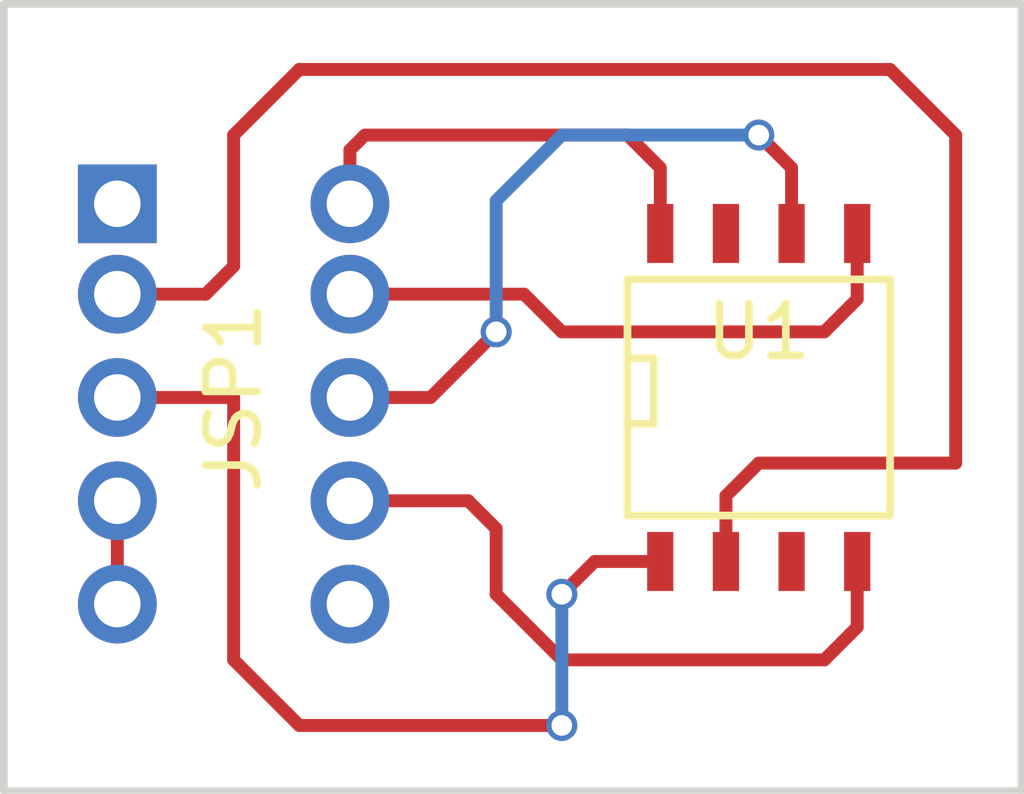
<source format=kicad_pcb>
(kicad_pcb (version 4) (host pcbnew 4.0.4-stable)

  (general
    (links 0)
    (no_connects 0)
    (area 99.035238 83.494999 118.47619 97.320002)
    (thickness 1.6)
    (drawings 4)
    (tracks 46)
    (zones 0)
    (modules 2)
    (nets 1)
  )

  (page A4)
  (layers
    (0 F.Cu signal)
    (31 B.Cu signal)
    (32 B.Adhes user)
    (33 F.Adhes user)
    (34 B.Paste user)
    (35 F.Paste user)
    (36 B.SilkS user)
    (37 F.SilkS user)
    (38 B.Mask user)
    (39 F.Mask user)
    (40 Dwgs.User user)
    (41 Cmts.User user)
    (42 Eco1.User user)
    (43 Eco2.User user)
    (44 Edge.Cuts user)
    (45 Margin user)
    (46 B.CrtYd user)
    (47 F.CrtYd user)
    (48 B.Fab user)
    (49 F.Fab user)
  )

  (setup
    (last_trace_width 0.25)
    (trace_clearance 0.2)
    (zone_clearance 0.508)
    (zone_45_only no)
    (trace_min 0.006)
    (segment_width 0.2)
    (edge_width 0.15)
    (via_size 0.6)
    (via_drill 0.4)
    (via_min_size 0.027)
    (via_min_drill 0.3)
    (uvia_size 0.3)
    (uvia_drill 0.1)
    (uvias_allowed no)
    (uvia_min_size 0)
    (uvia_min_drill 0.1)
    (pcb_text_width 0.3)
    (pcb_text_size 1.5 1.5)
    (mod_edge_width 0.15)
    (mod_text_size 1 1)
    (mod_text_width 0.15)
    (pad_size 1.524 1.524)
    (pad_drill 0.762)
    (pad_to_mask_clearance 0.2)
    (aux_axis_origin 0 0)
    (visible_elements FFFFFF7F)
    (pcbplotparams
      (layerselection 0x00030_80000001)
      (usegerberextensions false)
      (excludeedgelayer true)
      (linewidth 0.100000)
      (plotframeref false)
      (viasonmask false)
      (mode 1)
      (useauxorigin false)
      (hpglpennumber 1)
      (hpglpenspeed 20)
      (hpglpendiameter 15)
      (hpglpenoverlay 2)
      (psnegative false)
      (psa4output false)
      (plotreference true)
      (plotvalue true)
      (plotinvisibletext false)
      (padsonsilk false)
      (subtractmaskfromsilk false)
      (outputformat 1)
      (mirror false)
      (drillshape 1)
      (scaleselection 1)
      (outputdirectory ""))
  )

  (net 0 "")

  (net_class Default "This is the default net class."
    (clearance 0.2)
    (trace_width 0.25)
    (via_dia 0.6)
    (via_drill 0.4)
    (uvia_dia 0.3)
    (uvia_drill 0.1)
  )

  (module SMD_Packages:SOIC-8-N (layer F.Cu) (tedit 5834D5CF) (tstamp 58394428)
    (at 114.3 90.17)
    (descr "Module Narrow CMS SOJ 8 pins large")
    (tags "CMS SOJ")
    (attr smd)
    (fp_text reference U1 (at 0 -1.27) (layer F.SilkS)
      (effects (font (size 1 1) (thickness 0.15)))
    )
    (fp_text value SOIC-8-N (at 0 1.27) (layer F.Fab)
      (effects (font (size 1 1) (thickness 0.15)))
    )
    (fp_line (start -2.54 -2.286) (end 2.54 -2.286) (layer F.SilkS) (width 0.15))
    (fp_line (start 2.54 -2.286) (end 2.54 2.286) (layer F.SilkS) (width 0.15))
    (fp_line (start 2.54 2.286) (end -2.54 2.286) (layer F.SilkS) (width 0.15))
    (fp_line (start -2.54 2.286) (end -2.54 -2.286) (layer F.SilkS) (width 0.15))
    (fp_line (start -2.54 -0.762) (end -2.032 -0.762) (layer F.SilkS) (width 0.15))
    (fp_line (start -2.032 -0.762) (end -2.032 0.508) (layer F.SilkS) (width 0.15))
    (fp_line (start -2.032 0.508) (end -2.54 0.508) (layer F.SilkS) (width 0.15))
    (pad 8 smd rect (at -1.905 -3.175) (size 0.508 1.143) (layers F.Cu F.Paste F.Mask))
    (pad 7 smd rect (at -0.635 -3.175) (size 0.508 1.143) (layers F.Cu F.Paste F.Mask))
    (pad 6 smd rect (at 0.635 -3.175) (size 0.508 1.143) (layers F.Cu F.Paste F.Mask))
    (pad 5 smd rect (at 1.905 -3.175) (size 0.508 1.143) (layers F.Cu F.Paste F.Mask))
    (pad 4 smd rect (at 1.905 3.175) (size 0.508 1.143) (layers F.Cu F.Paste F.Mask))
    (pad 3 smd rect (at 0.635 3.175) (size 0.508 1.143) (layers F.Cu F.Paste F.Mask))
    (pad 2 smd rect (at -0.635 3.175) (size 0.508 1.143) (layers F.Cu F.Paste F.Mask))
    (pad 1 smd rect (at -1.905 3.175) (size 0.508 1.143) (layers F.Cu F.Paste F.Mask))
    (model SMD_Packages.3dshapes/SOIC-8-N.wrl
      (at (xyz 0 0 0))
      (scale (xyz 0.5 0.38 0.5))
      (rotate (xyz 0 0 0))
    )
  )

  (module Testlib:MOLEX-87264-1052 (layer F.Cu) (tedit 5834D933) (tstamp 583977DD)
    (at 104.14 90.17)
    (fp_text reference JSP1 (at 0 0 90) (layer F.SilkS)
      (effects (font (size 1 1) (thickness 0.15)))
    )
    (fp_text value 87264 (at 0 5.5) (layer F.Fab)
      (effects (font (size 1 1) (thickness 0.15)))
    )
    (pad 5 thru_hole circle (at -2.25 0) (size 1.524 1.524) (drill 0.9) (layers *.Cu *.Mask))
    (pad 3 thru_hole circle (at -2.25 -2) (size 1.524 1.524) (drill 0.9) (layers *.Cu *.Mask))
    (pad 7 thru_hole circle (at -2.25 2) (size 1.524 1.524) (drill 0.9) (layers *.Cu *.Mask))
    (pad 9 thru_hole circle (at -2.25 4) (size 1.524 1.524) (drill 0.9) (layers *.Cu *.Mask))
    (pad 1 thru_hole rect (at -2.25 -3.75) (size 1.524 1.524) (drill 0.9) (layers *.Cu *.Mask))
    (pad 10 thru_hole circle (at 2.25 4) (size 1.524 1.524) (drill 0.9) (layers *.Cu *.Mask))
    (pad 8 thru_hole circle (at 2.25 2) (size 1.524 1.524) (drill 0.9) (layers *.Cu *.Mask))
    (pad 6 thru_hole circle (at 2.25 0) (size 1.524 1.524) (drill 0.9) (layers *.Cu *.Mask))
    (pad 4 thru_hole circle (at 2.25 -2) (size 1.524 1.524) (drill 0.9) (layers *.Cu *.Mask))
    (pad 2 thru_hole circle (at 2.25 -3.75) (size 1.524 1.524) (drill 0.9) (layers *.Cu *.Mask))
  )

  (gr_line (start 119.38 82.55) (end 99.695 82.55) (angle 90) (layer Edge.Cuts) (width 0.15))
  (gr_line (start 119.38 97.79) (end 119.38 82.55) (angle 90) (layer Edge.Cuts) (width 0.15))
  (gr_line (start 99.695 97.79) (end 119.38 97.79) (angle 90) (layer Edge.Cuts) (width 0.15))
  (gr_line (start 99.695 82.55) (end 99.695 97.79) (angle 90) (layer Edge.Cuts) (width 0.15))

  (segment (start 101.89 88.17) (end 103.6 88.17) (width 0.25) (layer F.Cu) (net 0))
  (segment (start 113.665 92.075) (end 113.665 93.345) (width 0.25) (layer F.Cu) (net 0) (tstamp 583978F7))
  (segment (start 114.3 91.44) (end 113.665 92.075) (width 0.25) (layer F.Cu) (net 0) (tstamp 583978F6))
  (segment (start 118.11 91.44) (end 114.3 91.44) (width 0.25) (layer F.Cu) (net 0) (tstamp 583978F5))
  (segment (start 118.11 85.09) (end 118.11 91.44) (width 0.25) (layer F.Cu) (net 0) (tstamp 583978F3))
  (segment (start 116.84 83.82) (end 118.11 85.09) (width 0.25) (layer F.Cu) (net 0) (tstamp 583978F1))
  (segment (start 105.41 83.82) (end 116.84 83.82) (width 0.25) (layer F.Cu) (net 0) (tstamp 583978EF))
  (segment (start 104.14 85.09) (end 105.41 83.82) (width 0.25) (layer F.Cu) (net 0) (tstamp 583978ED))
  (segment (start 104.14 87.63) (end 104.14 85.09) (width 0.25) (layer F.Cu) (net 0) (tstamp 583978EC))
  (segment (start 103.6 88.17) (end 104.14 87.63) (width 0.25) (layer F.Cu) (net 0) (tstamp 583978EB))
  (segment (start 101.89 90.17) (end 104.14 90.17) (width 0.25) (layer F.Cu) (net 0))
  (segment (start 111.125 93.345) (end 112.395 93.345) (width 0.25) (layer F.Cu) (net 0) (tstamp 5839787C))
  (segment (start 110.49 93.98) (end 111.125 93.345) (width 0.25) (layer F.Cu) (net 0) (tstamp 5839787B))
  (via (at 110.49 93.98) (size 0.6) (drill 0.4) (layers F.Cu B.Cu) (net 0))
  (segment (start 110.49 96.52) (end 110.49 93.98) (width 0.25) (layer B.Cu) (net 0) (tstamp 58397878))
  (via (at 110.49 96.52) (size 0.6) (drill 0.4) (layers F.Cu B.Cu) (net 0))
  (segment (start 105.41 96.52) (end 110.49 96.52) (width 0.25) (layer F.Cu) (net 0) (tstamp 58397874))
  (segment (start 104.14 95.25) (end 105.41 96.52) (width 0.25) (layer F.Cu) (net 0) (tstamp 58397873))
  (segment (start 104.14 90.17) (end 104.14 95.25) (width 0.25) (layer F.Cu) (net 0) (tstamp 58397872))
  (segment (start 106.39 90.17) (end 107.95 90.17) (width 0.25) (layer F.Cu) (net 0))
  (segment (start 114.935 85.725) (end 114.935 86.995) (width 0.25) (layer F.Cu) (net 0) (tstamp 5839786F))
  (segment (start 114.3 85.09) (end 114.935 85.725) (width 0.25) (layer F.Cu) (net 0) (tstamp 5839786E))
  (via (at 114.3 85.09) (size 0.6) (drill 0.4) (layers F.Cu B.Cu) (net 0))
  (segment (start 110.49 85.09) (end 114.3 85.09) (width 0.25) (layer B.Cu) (net 0) (tstamp 5839786B))
  (segment (start 109.22 86.36) (end 110.49 85.09) (width 0.25) (layer B.Cu) (net 0) (tstamp 5839786A))
  (segment (start 109.22 88.9) (end 109.22 86.36) (width 0.25) (layer B.Cu) (net 0) (tstamp 58397869))
  (via (at 109.22 88.9) (size 0.6) (drill 0.4) (layers F.Cu B.Cu) (net 0))
  (segment (start 107.95 90.17) (end 109.22 88.9) (width 0.25) (layer F.Cu) (net 0) (tstamp 58397866))
  (segment (start 106.39 92.17) (end 108.68 92.17) (width 0.25) (layer F.Cu) (net 0))
  (segment (start 116.205 94.615) (end 116.205 93.345) (width 0.25) (layer F.Cu) (net 0) (tstamp 58397861))
  (segment (start 115.57 95.25) (end 116.205 94.615) (width 0.25) (layer F.Cu) (net 0) (tstamp 58397860))
  (segment (start 110.49 95.25) (end 115.57 95.25) (width 0.25) (layer F.Cu) (net 0) (tstamp 5839785E))
  (segment (start 109.22 93.98) (end 110.49 95.25) (width 0.25) (layer F.Cu) (net 0) (tstamp 5839785C))
  (segment (start 109.22 92.71) (end 109.22 93.98) (width 0.25) (layer F.Cu) (net 0) (tstamp 5839785B))
  (segment (start 108.68 92.17) (end 109.22 92.71) (width 0.25) (layer F.Cu) (net 0) (tstamp 5839785A))
  (segment (start 106.39 88.17) (end 109.76 88.17) (width 0.25) (layer F.Cu) (net 0))
  (segment (start 116.205 88.265) (end 116.205 86.995) (width 0.25) (layer F.Cu) (net 0) (tstamp 58397857))
  (segment (start 115.57 88.9) (end 116.205 88.265) (width 0.25) (layer F.Cu) (net 0) (tstamp 58397856))
  (segment (start 110.49 88.9) (end 115.57 88.9) (width 0.25) (layer F.Cu) (net 0) (tstamp 58397855))
  (segment (start 109.76 88.17) (end 110.49 88.9) (width 0.25) (layer F.Cu) (net 0) (tstamp 58397854))
  (segment (start 106.39 86.42) (end 106.39 85.38) (width 0.25) (layer F.Cu) (net 0))
  (segment (start 112.395 85.725) (end 112.395 86.995) (width 0.25) (layer F.Cu) (net 0) (tstamp 58397851))
  (segment (start 111.76 85.09) (end 112.395 85.725) (width 0.25) (layer F.Cu) (net 0) (tstamp 58397850))
  (segment (start 106.68 85.09) (end 111.76 85.09) (width 0.25) (layer F.Cu) (net 0) (tstamp 5839784F))
  (segment (start 106.39 85.38) (end 106.68 85.09) (width 0.25) (layer F.Cu) (net 0) (tstamp 5839784E))
  (segment (start 101.89 94.17) (end 101.89 92.17) (width 0.25) (layer F.Cu) (net 0))

)

</source>
